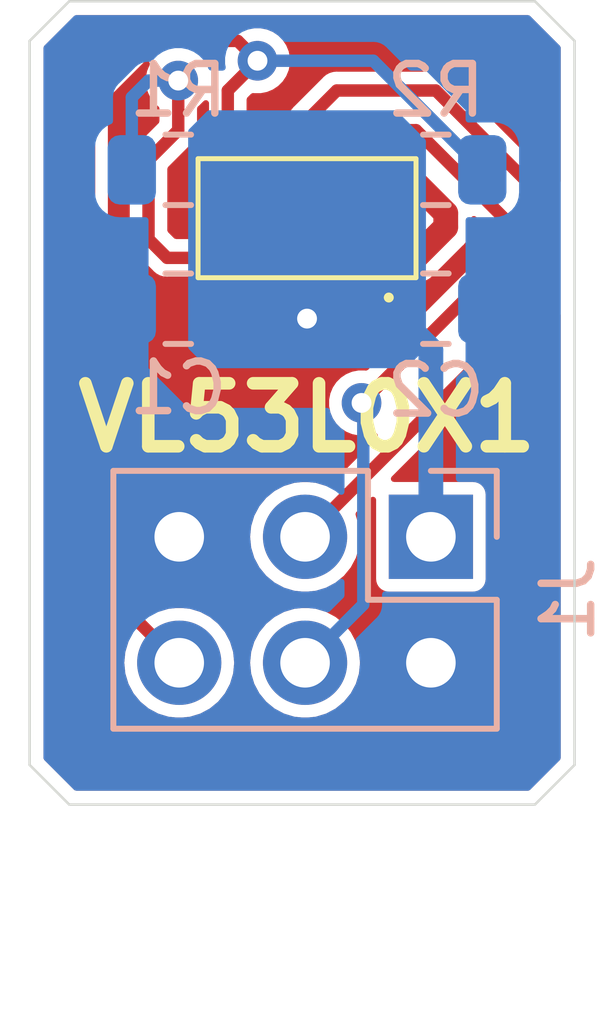
<source format=kicad_pcb>
(kicad_pcb (version 20171130) (host pcbnew "(5.1.2)-2")

  (general
    (thickness 1.6)
    (drawings 8)
    (tracks 56)
    (zones 0)
    (modules 6)
    (nets 8)
  )

  (page A4)
  (layers
    (0 F.Cu signal)
    (31 B.Cu signal)
    (32 B.Adhes user)
    (33 F.Adhes user)
    (34 B.Paste user)
    (35 F.Paste user)
    (36 B.SilkS user)
    (37 F.SilkS user)
    (38 B.Mask user)
    (39 F.Mask user)
    (40 Dwgs.User user)
    (41 Cmts.User user)
    (42 Eco1.User user)
    (43 Eco2.User user)
    (44 Edge.Cuts user)
    (45 Margin user)
    (46 B.CrtYd user)
    (47 F.CrtYd user)
    (48 B.Fab user)
    (49 F.Fab user)
  )

  (setup
    (last_trace_width 0.5)
    (user_trace_width 0.25)
    (user_trace_width 0.375)
    (user_trace_width 0.5)
    (user_trace_width 1)
    (trace_clearance 0.2)
    (zone_clearance 0.254)
    (zone_45_only no)
    (trace_min 0.2)
    (via_size 0.8)
    (via_drill 0.4)
    (via_min_size 0.4)
    (via_min_drill 0.3)
    (uvia_size 0.3)
    (uvia_drill 0.1)
    (uvias_allowed no)
    (uvia_min_size 0.2)
    (uvia_min_drill 0.1)
    (edge_width 0.05)
    (segment_width 0.2)
    (pcb_text_width 0.3)
    (pcb_text_size 1.5 1.5)
    (mod_edge_width 0.12)
    (mod_text_size 1 1)
    (mod_text_width 0.15)
    (pad_size 1.524 1.524)
    (pad_drill 0.762)
    (pad_to_mask_clearance 0.051)
    (solder_mask_min_width 0.25)
    (aux_axis_origin 0 0)
    (visible_elements 7FFFFFFF)
    (pcbplotparams
      (layerselection 0x010fc_ffffffff)
      (usegerberextensions false)
      (usegerberattributes false)
      (usegerberadvancedattributes false)
      (creategerberjobfile false)
      (excludeedgelayer true)
      (linewidth 0.100000)
      (plotframeref false)
      (viasonmask false)
      (mode 1)
      (useauxorigin false)
      (hpglpennumber 1)
      (hpglpenspeed 20)
      (hpglpendiameter 15.000000)
      (psnegative false)
      (psa4output false)
      (plotreference true)
      (plotvalue true)
      (plotinvisibletext false)
      (padsonsilk false)
      (subtractmaskfromsilk false)
      (outputformat 1)
      (mirror false)
      (drillshape 1)
      (scaleselection 1)
      (outputdirectory ""))
  )

  (net 0 "")
  (net 1 GND)
  (net 2 /INT)
  (net 3 /SCL)
  (net 4 /SDA)
  (net 5 /3V3)
  (net 6 "Net-(R1-Pad1)")
  (net 7 "Net-(VL53L0X1-Pad8)")

  (net_class Default "This is the default net class."
    (clearance 0.2)
    (trace_width 0.25)
    (via_dia 0.8)
    (via_drill 0.4)
    (uvia_dia 0.3)
    (uvia_drill 0.1)
    (add_net /3V3)
    (add_net /INT)
    (add_net /SCL)
    (add_net /SDA)
    (add_net GND)
    (add_net "Net-(R1-Pad1)")
    (add_net "Net-(VL53L0X1-Pad8)")
  )

  (module Connector_PinSocket_2.54mm:PinSocket_2x03_P2.54mm_Vertical (layer B.Cu) (tedit 5A19A425) (tstamp 5DE5453A)
    (at 136.5 121 90)
    (descr "Through hole straight socket strip, 2x03, 2.54mm pitch, double cols (from Kicad 4.0.7), script generated")
    (tags "Through hole socket strip THT 2x03 2.54mm double row")
    (path /5DD29773)
    (fp_text reference J1 (at -1.27 2.77 90) (layer B.SilkS)
      (effects (font (size 1 1) (thickness 0.15)) (justify mirror))
    )
    (fp_text value Conn_02x03_Odd_Even (at -1.27 -7.85 90) (layer B.Fab)
      (effects (font (size 1 1) (thickness 0.15)) (justify mirror))
    )
    (fp_text user %R (at -1.27 -2.54 180) (layer B.Fab)
      (effects (font (size 1 1) (thickness 0.15)) (justify mirror))
    )
    (fp_line (start -4.34 -6.85) (end -4.34 1.8) (layer B.CrtYd) (width 0.05))
    (fp_line (start 1.76 -6.85) (end -4.34 -6.85) (layer B.CrtYd) (width 0.05))
    (fp_line (start 1.76 1.8) (end 1.76 -6.85) (layer B.CrtYd) (width 0.05))
    (fp_line (start -4.34 1.8) (end 1.76 1.8) (layer B.CrtYd) (width 0.05))
    (fp_line (start 0 1.33) (end 1.33 1.33) (layer B.SilkS) (width 0.12))
    (fp_line (start 1.33 1.33) (end 1.33 0) (layer B.SilkS) (width 0.12))
    (fp_line (start -1.27 1.33) (end -1.27 -1.27) (layer B.SilkS) (width 0.12))
    (fp_line (start -1.27 -1.27) (end 1.33 -1.27) (layer B.SilkS) (width 0.12))
    (fp_line (start 1.33 -1.27) (end 1.33 -6.41) (layer B.SilkS) (width 0.12))
    (fp_line (start -3.87 -6.41) (end 1.33 -6.41) (layer B.SilkS) (width 0.12))
    (fp_line (start -3.87 1.33) (end -3.87 -6.41) (layer B.SilkS) (width 0.12))
    (fp_line (start -3.87 1.33) (end -1.27 1.33) (layer B.SilkS) (width 0.12))
    (fp_line (start -3.81 -6.35) (end -3.81 1.27) (layer B.Fab) (width 0.1))
    (fp_line (start 1.27 -6.35) (end -3.81 -6.35) (layer B.Fab) (width 0.1))
    (fp_line (start 1.27 0.27) (end 1.27 -6.35) (layer B.Fab) (width 0.1))
    (fp_line (start 0.27 1.27) (end 1.27 0.27) (layer B.Fab) (width 0.1))
    (fp_line (start -3.81 1.27) (end 0.27 1.27) (layer B.Fab) (width 0.1))
    (pad 6 thru_hole oval (at -2.54 -5.08 90) (size 1.7 1.7) (drill 1) (layers *.Cu *.Mask)
      (net 2 /INT))
    (pad 5 thru_hole oval (at 0 -5.08 90) (size 1.7 1.7) (drill 1) (layers *.Cu *.Mask)
      (net 1 GND))
    (pad 4 thru_hole oval (at -2.54 -2.54 90) (size 1.7 1.7) (drill 1) (layers *.Cu *.Mask)
      (net 3 /SCL))
    (pad 3 thru_hole oval (at 0 -2.54 90) (size 1.7 1.7) (drill 1) (layers *.Cu *.Mask)
      (net 4 /SDA))
    (pad 2 thru_hole oval (at -2.54 0 90) (size 1.7 1.7) (drill 1) (layers *.Cu *.Mask)
      (net 1 GND))
    (pad 1 thru_hole rect (at 0 0 90) (size 1.7 1.7) (drill 1) (layers *.Cu *.Mask)
      (net 5 /3V3))
    (model ${KISYS3DMOD}/Connector_PinSocket_2.54mm.3dshapes/PinSocket_2x03_P2.54mm_Vertical.wrl
      (at (xyz 0 0 0))
      (scale (xyz 1 1 1))
      (rotate (xyz 0 0 0))
    )
  )

  (module RS_Downloads:VL53L0X (layer F.Cu) (tedit 0) (tstamp 5DD0AAB3)
    (at 134 114.8)
    (descr VL53L0X)
    (tags "Integrated Circuit")
    (path /5DD074CF)
    (attr smd)
    (fp_text reference VL53L0X1 (at 0 3.8) (layer F.SilkS)
      (effects (font (size 1.27 1.27) (thickness 0.254)))
    )
    (fp_text value VL53L0X (at 0 0) (layer F.SilkS) hide
      (effects (font (size 1.27 1.27) (thickness 0.254)))
    )
    (fp_arc (start 1.65 1.375) (end 1.7 1.375) (angle 180) (layer F.SilkS) (width 0.1))
    (fp_arc (start 1.65 1.375) (end 1.6 1.375) (angle 180) (layer F.SilkS) (width 0.1))
    (fp_line (start 1.7 1.375) (end 1.7 1.375) (layer F.SilkS) (width 0.1))
    (fp_line (start 1.6 1.375) (end 1.6 1.375) (layer F.SilkS) (width 0.1))
    (fp_line (start -3.2 2.425) (end -3.2 -2.425) (layer F.CrtYd) (width 0.1))
    (fp_line (start 3.2 2.425) (end -3.2 2.425) (layer F.CrtYd) (width 0.1))
    (fp_line (start 3.2 -2.425) (end 3.2 2.425) (layer F.CrtYd) (width 0.1))
    (fp_line (start -3.2 -2.425) (end 3.2 -2.425) (layer F.CrtYd) (width 0.1))
    (fp_line (start -2.2 0.975) (end -2.2 -1.425) (layer F.SilkS) (width 0.1))
    (fp_line (start 2.2 0.975) (end -2.2 0.975) (layer F.SilkS) (width 0.1))
    (fp_line (start 2.2 -1.425) (end 2.2 0.975) (layer F.SilkS) (width 0.1))
    (fp_line (start -2.2 -1.425) (end 2.2 -1.425) (layer F.SilkS) (width 0.1))
    (fp_line (start -2.2 0.975) (end -2.2 -1.425) (layer F.Fab) (width 0.2))
    (fp_line (start 2.2 0.975) (end -2.2 0.975) (layer F.Fab) (width 0.2))
    (fp_line (start 2.2 -1.425) (end 2.2 0.975) (layer F.Fab) (width 0.2))
    (fp_line (start -2.2 -1.425) (end 2.2 -1.425) (layer F.Fab) (width 0.2))
    (fp_text user %R (at 0 0) (layer F.Fab)
      (effects (font (size 1.27 1.27) (thickness 0.254)))
    )
    (pad 12 smd rect (at 1.6 -0.225 90) (size 0.5 0.5) (layers F.Cu F.Paste F.Mask)
      (net 1 GND))
    (pad 11 smd rect (at 1.6 -1.025 90) (size 0.5 0.5) (layers F.Cu F.Paste F.Mask)
      (net 5 /3V3))
    (pad 10 smd rect (at 0.8 -1.025 90) (size 0.5 0.5) (layers F.Cu F.Paste F.Mask)
      (net 3 /SCL))
    (pad 9 smd rect (at 0 -1.025 90) (size 0.5 0.5) (layers F.Cu F.Paste F.Mask)
      (net 4 /SDA))
    (pad 8 smd rect (at -0.8 -1.025 90) (size 0.5 0.5) (layers F.Cu F.Paste F.Mask)
      (net 7 "Net-(VL53L0X1-Pad8)"))
    (pad 7 smd rect (at -1.6 -1.025 90) (size 0.5 0.5) (layers F.Cu F.Paste F.Mask)
      (net 2 /INT))
    (pad 6 smd rect (at -1.6 -0.225 90) (size 0.5 0.5) (layers F.Cu F.Paste F.Mask)
      (net 1 GND))
    (pad 5 smd rect (at -1.6 0.575 90) (size 0.5 0.5) (layers F.Cu F.Paste F.Mask)
      (net 6 "Net-(R1-Pad1)"))
    (pad 4 smd rect (at -0.8 0.575 90) (size 0.5 0.5) (layers F.Cu F.Paste F.Mask)
      (net 1 GND))
    (pad 3 smd rect (at 0 0.575 90) (size 0.5 0.5) (layers F.Cu F.Paste F.Mask)
      (net 1 GND))
    (pad 2 smd rect (at 0.8 0.575 90) (size 0.5 0.5) (layers F.Cu F.Paste F.Mask)
      (net 1 GND))
    (pad 1 smd rect (at 1.64 0.575 90) (size 0.5 0.58) (layers F.Cu F.Paste F.Mask)
      (net 5 /3V3))
    (model "C:\\Users\\Nickick\\Documents\\RS KiCad Libraries\\SamacSys_Parts.3dshapes\\VL53L0X.stp"
      (at (xyz 0 0 0))
      (scale (xyz 1 1 1))
      (rotate (xyz 0 0 0))
    )
  )

  (module Resistor_SMD:R_0805_2012Metric (layer B.Cu) (tedit 5B36C52B) (tstamp 5DD0AF52)
    (at 136.6 113.6)
    (descr "Resistor SMD 0805 (2012 Metric), square (rectangular) end terminal, IPC_7351 nominal, (Body size source: https://docs.google.com/spreadsheets/d/1BsfQQcO9C6DZCsRaXUlFlo91Tg2WpOkGARC1WS5S8t0/edit?usp=sharing), generated with kicad-footprint-generator")
    (tags resistor)
    (path /5DD0C8A8)
    (attr smd)
    (fp_text reference R2 (at 0 -1.6) (layer B.SilkS)
      (effects (font (size 1 1) (thickness 0.15)) (justify mirror))
    )
    (fp_text value 10k (at 0 -1.65) (layer B.Fab)
      (effects (font (size 1 1) (thickness 0.15)) (justify mirror))
    )
    (fp_text user %R (at 0 0) (layer B.Fab)
      (effects (font (size 0.5 0.5) (thickness 0.08)) (justify mirror))
    )
    (fp_line (start 1.68 -0.95) (end -1.68 -0.95) (layer B.CrtYd) (width 0.05))
    (fp_line (start 1.68 0.95) (end 1.68 -0.95) (layer B.CrtYd) (width 0.05))
    (fp_line (start -1.68 0.95) (end 1.68 0.95) (layer B.CrtYd) (width 0.05))
    (fp_line (start -1.68 -0.95) (end -1.68 0.95) (layer B.CrtYd) (width 0.05))
    (fp_line (start -0.258578 -0.71) (end 0.258578 -0.71) (layer B.SilkS) (width 0.12))
    (fp_line (start -0.258578 0.71) (end 0.258578 0.71) (layer B.SilkS) (width 0.12))
    (fp_line (start 1 -0.6) (end -1 -0.6) (layer B.Fab) (width 0.1))
    (fp_line (start 1 0.6) (end 1 -0.6) (layer B.Fab) (width 0.1))
    (fp_line (start -1 0.6) (end 1 0.6) (layer B.Fab) (width 0.1))
    (fp_line (start -1 -0.6) (end -1 0.6) (layer B.Fab) (width 0.1))
    (pad 2 smd roundrect (at 0.9375 0) (size 0.975 1.4) (layers B.Cu B.Paste B.Mask) (roundrect_rratio 0.25)
      (net 2 /INT))
    (pad 1 smd roundrect (at -0.9375 0) (size 0.975 1.4) (layers B.Cu B.Paste B.Mask) (roundrect_rratio 0.25)
      (net 5 /3V3))
    (model ${KISYS3DMOD}/Resistor_SMD.3dshapes/R_0805_2012Metric.wrl
      (at (xyz 0 0 0))
      (scale (xyz 1 1 1))
      (rotate (xyz 0 0 0))
    )
  )

  (module Resistor_SMD:R_0805_2012Metric (layer B.Cu) (tedit 5B36C52B) (tstamp 5DD0AA81)
    (at 131.4 113.6)
    (descr "Resistor SMD 0805 (2012 Metric), square (rectangular) end terminal, IPC_7351 nominal, (Body size source: https://docs.google.com/spreadsheets/d/1BsfQQcO9C6DZCsRaXUlFlo91Tg2WpOkGARC1WS5S8t0/edit?usp=sharing), generated with kicad-footprint-generator")
    (tags resistor)
    (path /5DD0BB9D)
    (attr smd)
    (fp_text reference R1 (at 0 -1.6) (layer B.SilkS)
      (effects (font (size 1 1) (thickness 0.15)) (justify mirror))
    )
    (fp_text value 10k (at 0 -1.65) (layer B.Fab)
      (effects (font (size 1 1) (thickness 0.15)) (justify mirror))
    )
    (fp_text user %R (at 0 0) (layer B.Fab)
      (effects (font (size 0.5 0.5) (thickness 0.08)) (justify mirror))
    )
    (fp_line (start 1.68 -0.95) (end -1.68 -0.95) (layer B.CrtYd) (width 0.05))
    (fp_line (start 1.68 0.95) (end 1.68 -0.95) (layer B.CrtYd) (width 0.05))
    (fp_line (start -1.68 0.95) (end 1.68 0.95) (layer B.CrtYd) (width 0.05))
    (fp_line (start -1.68 -0.95) (end -1.68 0.95) (layer B.CrtYd) (width 0.05))
    (fp_line (start -0.258578 -0.71) (end 0.258578 -0.71) (layer B.SilkS) (width 0.12))
    (fp_line (start -0.258578 0.71) (end 0.258578 0.71) (layer B.SilkS) (width 0.12))
    (fp_line (start 1 -0.6) (end -1 -0.6) (layer B.Fab) (width 0.1))
    (fp_line (start 1 0.6) (end 1 -0.6) (layer B.Fab) (width 0.1))
    (fp_line (start -1 0.6) (end 1 0.6) (layer B.Fab) (width 0.1))
    (fp_line (start -1 -0.6) (end -1 0.6) (layer B.Fab) (width 0.1))
    (pad 2 smd roundrect (at 0.9375 0) (size 0.975 1.4) (layers B.Cu B.Paste B.Mask) (roundrect_rratio 0.25)
      (net 5 /3V3))
    (pad 1 smd roundrect (at -0.9375 0) (size 0.975 1.4) (layers B.Cu B.Paste B.Mask) (roundrect_rratio 0.25)
      (net 6 "Net-(R1-Pad1)"))
    (model ${KISYS3DMOD}/Resistor_SMD.3dshapes/R_0805_2012Metric.wrl
      (at (xyz 0 0 0))
      (scale (xyz 1 1 1))
      (rotate (xyz 0 0 0))
    )
  )

  (module Capacitor_SMD:C_0805_2012Metric (layer B.Cu) (tedit 5B36C52B) (tstamp 5DD0AA54)
    (at 136.6 116.4)
    (descr "Capacitor SMD 0805 (2012 Metric), square (rectangular) end terminal, IPC_7351 nominal, (Body size source: https://docs.google.com/spreadsheets/d/1BsfQQcO9C6DZCsRaXUlFlo91Tg2WpOkGARC1WS5S8t0/edit?usp=sharing), generated with kicad-footprint-generator")
    (tags capacitor)
    (path /5DD0D455)
    (attr smd)
    (fp_text reference C2 (at 0 1.65) (layer B.SilkS)
      (effects (font (size 1 1) (thickness 0.15)) (justify mirror))
    )
    (fp_text value 4u7 (at 0 -1.65) (layer B.Fab)
      (effects (font (size 1 1) (thickness 0.15)) (justify mirror))
    )
    (fp_text user %R (at 0 0) (layer B.Fab)
      (effects (font (size 0.5 0.5) (thickness 0.08)) (justify mirror))
    )
    (fp_line (start 1.68 -0.95) (end -1.68 -0.95) (layer B.CrtYd) (width 0.05))
    (fp_line (start 1.68 0.95) (end 1.68 -0.95) (layer B.CrtYd) (width 0.05))
    (fp_line (start -1.68 0.95) (end 1.68 0.95) (layer B.CrtYd) (width 0.05))
    (fp_line (start -1.68 -0.95) (end -1.68 0.95) (layer B.CrtYd) (width 0.05))
    (fp_line (start -0.258578 -0.71) (end 0.258578 -0.71) (layer B.SilkS) (width 0.12))
    (fp_line (start -0.258578 0.71) (end 0.258578 0.71) (layer B.SilkS) (width 0.12))
    (fp_line (start 1 -0.6) (end -1 -0.6) (layer B.Fab) (width 0.1))
    (fp_line (start 1 0.6) (end 1 -0.6) (layer B.Fab) (width 0.1))
    (fp_line (start -1 0.6) (end 1 0.6) (layer B.Fab) (width 0.1))
    (fp_line (start -1 -0.6) (end -1 0.6) (layer B.Fab) (width 0.1))
    (pad 2 smd roundrect (at 0.9375 0) (size 0.975 1.4) (layers B.Cu B.Paste B.Mask) (roundrect_rratio 0.25)
      (net 1 GND))
    (pad 1 smd roundrect (at -0.9375 0) (size 0.975 1.4) (layers B.Cu B.Paste B.Mask) (roundrect_rratio 0.25)
      (net 5 /3V3))
    (model ${KISYS3DMOD}/Capacitor_SMD.3dshapes/C_0805_2012Metric.wrl
      (at (xyz 0 0 0))
      (scale (xyz 1 1 1))
      (rotate (xyz 0 0 0))
    )
  )

  (module Capacitor_SMD:C_0805_2012Metric (layer B.Cu) (tedit 5B36C52B) (tstamp 5DD0ADCB)
    (at 131.4 116.4 180)
    (descr "Capacitor SMD 0805 (2012 Metric), square (rectangular) end terminal, IPC_7351 nominal, (Body size source: https://docs.google.com/spreadsheets/d/1BsfQQcO9C6DZCsRaXUlFlo91Tg2WpOkGARC1WS5S8t0/edit?usp=sharing), generated with kicad-footprint-generator")
    (tags capacitor)
    (path /5DD0CB6A)
    (attr smd)
    (fp_text reference C1 (at 0 -1.6) (layer B.SilkS)
      (effects (font (size 1 1) (thickness 0.15)) (justify mirror))
    )
    (fp_text value 100n (at 0 -1.65) (layer B.Fab)
      (effects (font (size 1 1) (thickness 0.15)) (justify mirror))
    )
    (fp_text user %R (at 0 0) (layer B.Fab)
      (effects (font (size 0.5 0.5) (thickness 0.08)) (justify mirror))
    )
    (fp_line (start 1.68 -0.95) (end -1.68 -0.95) (layer B.CrtYd) (width 0.05))
    (fp_line (start 1.68 0.95) (end 1.68 -0.95) (layer B.CrtYd) (width 0.05))
    (fp_line (start -1.68 0.95) (end 1.68 0.95) (layer B.CrtYd) (width 0.05))
    (fp_line (start -1.68 -0.95) (end -1.68 0.95) (layer B.CrtYd) (width 0.05))
    (fp_line (start -0.258578 -0.71) (end 0.258578 -0.71) (layer B.SilkS) (width 0.12))
    (fp_line (start -0.258578 0.71) (end 0.258578 0.71) (layer B.SilkS) (width 0.12))
    (fp_line (start 1 -0.6) (end -1 -0.6) (layer B.Fab) (width 0.1))
    (fp_line (start 1 0.6) (end 1 -0.6) (layer B.Fab) (width 0.1))
    (fp_line (start -1 0.6) (end 1 0.6) (layer B.Fab) (width 0.1))
    (fp_line (start -1 -0.6) (end -1 0.6) (layer B.Fab) (width 0.1))
    (pad 2 smd roundrect (at 0.9375 0 180) (size 0.975 1.4) (layers B.Cu B.Paste B.Mask) (roundrect_rratio 0.25)
      (net 1 GND))
    (pad 1 smd roundrect (at -0.9375 0 180) (size 0.975 1.4) (layers B.Cu B.Paste B.Mask) (roundrect_rratio 0.25)
      (net 5 /3V3))
    (model ${KISYS3DMOD}/Capacitor_SMD.3dshapes/C_0805_2012Metric.wrl
      (at (xyz 0 0 0))
      (scale (xyz 1 1 1))
      (rotate (xyz 0 0 0))
    )
  )

  (gr_line (start 129.2 110.2) (end 128.4 111) (layer Edge.Cuts) (width 0.05) (tstamp 5DD0B611))
  (gr_line (start 139.4 111) (end 138.6 110.2) (layer Edge.Cuts) (width 0.05) (tstamp 5DD0B610))
  (gr_line (start 128.4 125.6) (end 129.2 126.4) (layer Edge.Cuts) (width 0.05) (tstamp 5DD0B60F))
  (gr_line (start 139.4 125.6) (end 138.6 126.4) (layer Edge.Cuts) (width 0.05) (tstamp 5DD0B60E))
  (gr_line (start 128.4 125.6) (end 128.4 111) (layer Edge.Cuts) (width 0.05) (tstamp 5DD0B52D))
  (gr_line (start 138.6 126.4) (end 129.2 126.4) (layer Edge.Cuts) (width 0.05))
  (gr_line (start 139.4 111) (end 139.4 125.6) (layer Edge.Cuts) (width 0.05))
  (gr_line (start 129.2 110.2) (end 138.6 110.2) (layer Edge.Cuts) (width 0.05))

  (segment (start 132.4 113.775) (end 132.4 113.56359) (width 0.25) (layer F.Cu) (net 2))
  (segment (start 132.4 113.56359) (end 132.4 112) (width 0.25) (layer F.Cu) (net 2))
  (segment (start 132.4 112) (end 133 111.4) (width 0.25) (layer F.Cu) (net 2))
  (segment (start 133 111.4) (end 133 111.4) (width 0.25) (layer F.Cu) (net 2) (tstamp 5DD0B51C))
  (via (at 133 111.4) (size 0.8) (drill 0.4) (layers F.Cu B.Cu) (net 2))
  (segment (start 135.3375 111.4) (end 137.5375 113.6) (width 0.25) (layer B.Cu) (net 2))
  (segment (start 133 111.4) (end 135.3375 111.4) (width 0.25) (layer B.Cu) (net 2))
  (segment (start 134.8 113.775) (end 134.8 113.2) (width 0.25) (layer F.Cu) (net 3))
  (segment (start 134.8 113.2) (end 135.2 112.8) (width 0.25) (layer F.Cu) (net 3))
  (segment (start 135.2 112.8) (end 136.2 112.8) (width 0.25) (layer F.Cu) (net 3))
  (segment (start 136.2 112.8) (end 138 114.6) (width 0.25) (layer F.Cu) (net 3))
  (segment (start 134 112.6) (end 134 113.775) (width 0.25) (layer F.Cu) (net 4))
  (segment (start 134.6 112) (end 134 112.6) (width 0.25) (layer F.Cu) (net 4))
  (segment (start 136.6 112) (end 134.6 112) (width 0.25) (layer F.Cu) (net 4))
  (segment (start 138.8 114.2) (end 136.6 112) (width 0.25) (layer F.Cu) (net 4))
  (segment (start 134 116.6) (end 134 116.6) (width 0.25) (layer F.Cu) (net 5) (tstamp 5DD0B1E0))
  (via (at 134 116.6) (size 0.8) (drill 0.4) (layers F.Cu B.Cu) (net 5))
  (segment (start 135.64 116.125) (end 135.64 115.375) (width 0.5) (layer F.Cu) (net 5))
  (segment (start 135.165 116.6) (end 135.64 116.125) (width 0.5) (layer F.Cu) (net 5))
  (segment (start 134 116.6) (end 135.165 116.6) (width 0.5) (layer F.Cu) (net 5))
  (segment (start 135.6 113.775) (end 136.1 113.775) (width 0.5) (layer F.Cu) (net 5))
  (segment (start 136.1 113.775) (end 136.8 114.475) (width 0.5) (layer F.Cu) (net 5))
  (segment (start 136.8 114.475) (end 136.8 114.755) (width 0.5) (layer F.Cu) (net 5))
  (segment (start 136.8 114.755) (end 136.18 115.375) (width 0.5) (layer F.Cu) (net 5))
  (segment (start 136.18 115.375) (end 135.64 115.375) (width 0.5) (layer F.Cu) (net 5))
  (segment (start 133.8 116.4) (end 134 116.6) (width 0.5) (layer B.Cu) (net 5))
  (segment (start 132.3375 116.4) (end 133.8 116.4) (width 0.5) (layer B.Cu) (net 5))
  (segment (start 134.2 116.4) (end 134 116.6) (width 0.5) (layer B.Cu) (net 5))
  (segment (start 135.6625 116.4) (end 134.2 116.4) (width 0.5) (layer B.Cu) (net 5))
  (segment (start 131.46 123.6) (end 131.46 122.984002) (width 0.5) (layer F.Cu) (net 2))
  (segment (start 129.6 121.72) (end 131.42 123.54) (width 0.25) (layer F.Cu) (net 2))
  (segment (start 129.6 112) (end 129.6 121.72) (width 0.25) (layer F.Cu) (net 2))
  (segment (start 130.6 111) (end 129.6 112) (width 0.25) (layer F.Cu) (net 2))
  (segment (start 133 111.4) (end 132.600001 111.000001) (width 0.25) (layer F.Cu) (net 2))
  (segment (start 132.600001 111.000001) (end 130.6 111) (width 0.25) (layer F.Cu) (net 2))
  (via (at 135.1 118.3) (size 0.8) (drill 0.4) (layers F.Cu B.Cu) (net 3))
  (segment (start 135.135001 118.335001) (end 135.1 118.3) (width 0.25) (layer B.Cu) (net 3))
  (segment (start 133.96 123.54) (end 135.135001 122.364999) (width 0.25) (layer B.Cu) (net 3))
  (segment (start 135.135001 122.364999) (end 135.135001 118.335001) (width 0.25) (layer B.Cu) (net 3))
  (segment (start 138 115.4) (end 138 114.6) (width 0.25) (layer F.Cu) (net 3))
  (segment (start 135.1 118.3) (end 138 115.4) (width 0.25) (layer F.Cu) (net 3))
  (segment (start 138.8 116.16) (end 138.8 114.2) (width 0.25) (layer F.Cu) (net 4))
  (segment (start 133.96 121) (end 138.8 116.16) (width 0.25) (layer F.Cu) (net 4))
  (segment (start 136.5 117.2375) (end 135.6625 116.4) (width 0.5) (layer B.Cu) (net 5))
  (segment (start 136.5 121) (end 136.5 117.2375) (width 0.5) (layer B.Cu) (net 5))
  (segment (start 132.3375 113.6) (end 132.3375 116.4) (width 0.5) (layer B.Cu) (net 5))
  (segment (start 135.6625 113.6) (end 135.6625 116.4) (width 0.5) (layer B.Cu) (net 5))
  (via (at 131.4 111.8) (size 0.8) (drill 0.4) (layers F.Cu B.Cu) (net 6))
  (segment (start 131.4 112.8) (end 130.8 113.4) (width 0.25) (layer F.Cu) (net 6))
  (segment (start 130.8 113.4) (end 130.8 115) (width 0.25) (layer F.Cu) (net 6))
  (segment (start 131.175 115.375) (end 132.4 115.375) (width 0.25) (layer F.Cu) (net 6))
  (segment (start 130.8 115) (end 131.175 115.375) (width 0.25) (layer F.Cu) (net 6))
  (segment (start 131.4 112.8) (end 131.4 111.8) (width 0.25) (layer F.Cu) (net 6))
  (segment (start 130.8 111.8) (end 131.4 111.8) (width 0.25) (layer B.Cu) (net 6))
  (segment (start 130.4625 113.6) (end 130.4625 112.1375) (width 0.25) (layer B.Cu) (net 6))
  (segment (start 130.4625 112.1375) (end 130.8 111.8) (width 0.25) (layer B.Cu) (net 6))

  (zone (net 5) (net_name /3V3) (layer B.Cu) (tstamp 5DD0B5A3) (hatch edge 0.508)
    (connect_pads yes (clearance 0.254))
    (min_thickness 0.127)
    (fill yes (arc_segments 32) (thermal_gap 0.508) (thermal_bridge_width 0.508))
    (polygon
      (pts
        (xy 132 112.4) (xy 131.6 112.8) (xy 131.6 117.2) (xy 132 117.6) (xy 136 117.6)
        (xy 136.4 117.2) (xy 136.4 112.8) (xy 136 112.4)
      )
    )
    (filled_polygon
      (pts
        (xy 136.3365 113.02479) (xy 136.3365 117.173698) (xy 135.973698 117.5365) (xy 132.026302 117.5365) (xy 131.6635 117.173698)
        (xy 131.6635 112.826302) (xy 132.026302 112.4635) (xy 135.775211 112.4635)
      )
    )
  )
  (zone (net 1) (net_name GND) (layer F.Cu) (tstamp 5DD0B5A0) (hatch edge 0.508)
    (connect_pads yes (clearance 0.254))
    (min_thickness 0.127)
    (fill yes (arc_segments 32) (thermal_gap 0.508) (thermal_bridge_width 0.508))
    (polygon
      (pts
        (xy 128.4 110.2) (xy 139.4 110.2) (xy 139.4 126.4) (xy 128.4 126.4)
      )
    )
    (filled_polygon
      (pts
        (xy 139.0575 111.141868) (xy 139.0575 113.83171) (xy 136.92827 111.702481) (xy 136.914409 111.685591) (xy 136.847029 111.630295)
        (xy 136.770157 111.589205) (xy 136.686745 111.563903) (xy 136.621737 111.5575) (xy 136.621734 111.5575) (xy 136.6 111.555359)
        (xy 136.578266 111.5575) (xy 134.621733 111.5575) (xy 134.599999 111.555359) (xy 134.578265 111.5575) (xy 134.578263 111.5575)
        (xy 134.513255 111.563903) (xy 134.429843 111.589205) (xy 134.35297 111.630295) (xy 134.302823 111.671449) (xy 134.285591 111.685591)
        (xy 134.271735 111.702475) (xy 133.70248 112.271731) (xy 133.685591 112.285591) (xy 133.661942 112.314409) (xy 133.630295 112.352971)
        (xy 133.610927 112.389206) (xy 133.589205 112.429844) (xy 133.563903 112.513256) (xy 133.5575 112.578263) (xy 133.555359 112.6)
        (xy 133.5575 112.621735) (xy 133.557501 113.225823) (xy 133.512241 113.212094) (xy 133.45 113.205964) (xy 132.95 113.205964)
        (xy 132.887759 113.212094) (xy 132.8425 113.225823) (xy 132.8425 112.183289) (xy 132.911781 112.114009) (xy 132.929332 112.1175)
        (xy 133.070668 112.1175) (xy 133.209287 112.089927) (xy 133.339864 112.035841) (xy 133.45738 111.957319) (xy 133.557319 111.85738)
        (xy 133.635841 111.739864) (xy 133.689927 111.609287) (xy 133.7175 111.470668) (xy 133.7175 111.329332) (xy 133.689927 111.190713)
        (xy 133.635841 111.060136) (xy 133.557319 110.94262) (xy 133.45738 110.842681) (xy 133.339864 110.764159) (xy 133.209287 110.710073)
        (xy 133.070668 110.6825) (xy 132.929332 110.6825) (xy 132.914288 110.685493) (xy 132.878159 110.655843) (xy 132.84703 110.630296)
        (xy 132.770157 110.589206) (xy 132.686746 110.563905) (xy 132.600001 110.55536) (xy 132.578257 110.557502) (xy 130.621737 110.5575)
        (xy 130.6 110.555359) (xy 130.513255 110.563903) (xy 130.429843 110.589205) (xy 130.352971 110.630295) (xy 130.302475 110.671735)
        (xy 130.30247 110.67174) (xy 130.285592 110.685591) (xy 130.27174 110.70247) (xy 129.30248 111.671731) (xy 129.285591 111.685591)
        (xy 129.261942 111.714409) (xy 129.230295 111.752971) (xy 129.216776 111.778263) (xy 129.189205 111.829844) (xy 129.163903 111.913256)
        (xy 129.159563 111.957319) (xy 129.155359 112) (xy 129.1575 112.021735) (xy 129.157501 121.698255) (xy 129.155359 121.72)
        (xy 129.163904 121.806745) (xy 129.189205 121.890156) (xy 129.230295 121.967029) (xy 129.271735 122.017524) (xy 129.285592 122.034409)
        (xy 129.302476 122.048265) (xy 130.339326 123.085116) (xy 130.336152 123.091055) (xy 130.269393 123.31113) (xy 130.246851 123.54)
        (xy 130.269393 123.76887) (xy 130.336152 123.988945) (xy 130.444562 124.191767) (xy 130.590458 124.369542) (xy 130.768233 124.515438)
        (xy 130.971055 124.623848) (xy 131.19113 124.690607) (xy 131.362645 124.7075) (xy 131.477355 124.7075) (xy 131.64887 124.690607)
        (xy 131.868945 124.623848) (xy 132.071767 124.515438) (xy 132.249542 124.369542) (xy 132.395438 124.191767) (xy 132.503848 123.988945)
        (xy 132.570607 123.76887) (xy 132.593149 123.54) (xy 132.786851 123.54) (xy 132.809393 123.76887) (xy 132.876152 123.988945)
        (xy 132.984562 124.191767) (xy 133.130458 124.369542) (xy 133.308233 124.515438) (xy 133.511055 124.623848) (xy 133.73113 124.690607)
        (xy 133.902645 124.7075) (xy 134.017355 124.7075) (xy 134.18887 124.690607) (xy 134.408945 124.623848) (xy 134.611767 124.515438)
        (xy 134.789542 124.369542) (xy 134.935438 124.191767) (xy 135.043848 123.988945) (xy 135.110607 123.76887) (xy 135.133149 123.54)
        (xy 135.110607 123.31113) (xy 135.043848 123.091055) (xy 134.935438 122.888233) (xy 134.789542 122.710458) (xy 134.611767 122.564562)
        (xy 134.408945 122.456152) (xy 134.18887 122.389393) (xy 134.017355 122.3725) (xy 133.902645 122.3725) (xy 133.73113 122.389393)
        (xy 133.511055 122.456152) (xy 133.308233 122.564562) (xy 133.130458 122.710458) (xy 132.984562 122.888233) (xy 132.876152 123.091055)
        (xy 132.809393 123.31113) (xy 132.786851 123.54) (xy 132.593149 123.54) (xy 132.570607 123.31113) (xy 132.503848 123.091055)
        (xy 132.395438 122.888233) (xy 132.249542 122.710458) (xy 132.071767 122.564562) (xy 131.868945 122.456152) (xy 131.64887 122.389393)
        (xy 131.477355 122.3725) (xy 131.362645 122.3725) (xy 131.19113 122.389393) (xy 130.971055 122.456152) (xy 130.965116 122.459326)
        (xy 130.0425 121.536711) (xy 130.0425 112.183289) (xy 130.763102 111.462688) (xy 130.710073 111.590713) (xy 130.6825 111.729332)
        (xy 130.6825 111.870668) (xy 130.710073 112.009287) (xy 130.764159 112.139864) (xy 130.842681 112.25738) (xy 130.94262 112.357319)
        (xy 130.9575 112.367262) (xy 130.9575 112.61671) (xy 130.50248 113.071731) (xy 130.485591 113.085591) (xy 130.462889 113.113255)
        (xy 130.430295 113.152971) (xy 130.416776 113.178263) (xy 130.389205 113.229844) (xy 130.363903 113.313256) (xy 130.359889 113.35401)
        (xy 130.355359 113.4) (xy 130.3575 113.421735) (xy 130.357501 114.978256) (xy 130.355359 115) (xy 130.363904 115.086745)
        (xy 130.389205 115.170156) (xy 130.430295 115.247029) (xy 130.464128 115.288255) (xy 130.485592 115.314409) (xy 130.502476 115.328265)
        (xy 130.846735 115.672525) (xy 130.860591 115.689409) (xy 130.877475 115.703265) (xy 130.92797 115.744705) (xy 130.990679 115.778224)
        (xy 131.004843 115.785795) (xy 131.088255 115.811097) (xy 131.153263 115.8175) (xy 131.153265 115.8175) (xy 131.174999 115.819641)
        (xy 131.196733 115.8175) (xy 131.897249 115.8175) (xy 131.924407 115.850593) (xy 131.972753 115.890269) (xy 132.02791 115.919751)
        (xy 132.087759 115.937906) (xy 132.15 115.944036) (xy 132.65 115.944036) (xy 132.712241 115.937906) (xy 132.77209 115.919751)
        (xy 132.827247 115.890269) (xy 132.875593 115.850593) (xy 132.915269 115.802247) (xy 132.944751 115.74709) (xy 132.962906 115.687241)
        (xy 132.969036 115.625) (xy 132.969036 115.125) (xy 132.962906 115.062759) (xy 132.944751 115.00291) (xy 132.915269 114.947753)
        (xy 132.875593 114.899407) (xy 132.827247 114.859731) (xy 132.77209 114.830249) (xy 132.712241 114.812094) (xy 132.65 114.805964)
        (xy 132.15 114.805964) (xy 132.087759 114.812094) (xy 132.02791 114.830249) (xy 131.972753 114.859731) (xy 131.924407 114.899407)
        (xy 131.897249 114.9325) (xy 131.35829 114.9325) (xy 131.2425 114.816711) (xy 131.2425 113.583289) (xy 131.697526 113.128264)
        (xy 131.714409 113.114409) (xy 131.738059 113.085591) (xy 131.769705 113.04703) (xy 131.810795 112.970157) (xy 131.823502 112.928265)
        (xy 131.836097 112.886745) (xy 131.8425 112.821737) (xy 131.8425 112.821735) (xy 131.844641 112.800001) (xy 131.8425 112.778267)
        (xy 131.8425 112.367262) (xy 131.85738 112.357319) (xy 131.957319 112.25738) (xy 131.957501 112.257108) (xy 131.9575 113.272248)
        (xy 131.924407 113.299407) (xy 131.884731 113.347753) (xy 131.855249 113.40291) (xy 131.837094 113.462759) (xy 131.830964 113.525)
        (xy 131.830964 114.025) (xy 131.837094 114.087241) (xy 131.855249 114.14709) (xy 131.884731 114.202247) (xy 131.924407 114.250593)
        (xy 131.972753 114.290269) (xy 132.02791 114.319751) (xy 132.087759 114.337906) (xy 132.15 114.344036) (xy 132.65 114.344036)
        (xy 132.712241 114.337906) (xy 132.77209 114.319751) (xy 132.8 114.304833) (xy 132.82791 114.319751) (xy 132.887759 114.337906)
        (xy 132.95 114.344036) (xy 133.45 114.344036) (xy 133.512241 114.337906) (xy 133.57209 114.319751) (xy 133.6 114.304833)
        (xy 133.62791 114.319751) (xy 133.687759 114.337906) (xy 133.75 114.344036) (xy 134.25 114.344036) (xy 134.312241 114.337906)
        (xy 134.37209 114.319751) (xy 134.4 114.304833) (xy 134.42791 114.319751) (xy 134.487759 114.337906) (xy 134.55 114.344036)
        (xy 135.05 114.344036) (xy 135.112241 114.337906) (xy 135.17209 114.319751) (xy 135.2 114.304833) (xy 135.22791 114.319751)
        (xy 135.287759 114.337906) (xy 135.35 114.344036) (xy 135.85 114.344036) (xy 135.864994 114.342559) (xy 136.137434 114.615)
        (xy 135.944994 114.807441) (xy 135.93 114.805964) (xy 135.652275 114.805964) (xy 135.64 114.804755) (xy 135.627725 114.805964)
        (xy 135.35 114.805964) (xy 135.287759 114.812094) (xy 135.22791 114.830249) (xy 135.172753 114.859731) (xy 135.124407 114.899407)
        (xy 135.084731 114.947753) (xy 135.055249 115.00291) (xy 135.037094 115.062759) (xy 135.030964 115.125) (xy 135.030964 115.625)
        (xy 135.037094 115.687241) (xy 135.055249 115.74709) (xy 135.0725 115.779364) (xy 135.0725 115.889934) (xy 134.929935 116.0325)
        (xy 134.442143 116.0325) (xy 134.339864 115.964159) (xy 134.209287 115.910073) (xy 134.070668 115.8825) (xy 133.929332 115.8825)
        (xy 133.790713 115.910073) (xy 133.660136 115.964159) (xy 133.54262 116.042681) (xy 133.442681 116.14262) (xy 133.364159 116.260136)
        (xy 133.310073 116.390713) (xy 133.2825 116.529332) (xy 133.2825 116.670668) (xy 133.310073 116.809287) (xy 133.364159 116.939864)
        (xy 133.442681 117.05738) (xy 133.54262 117.157319) (xy 133.660136 117.235841) (xy 133.790713 117.289927) (xy 133.929332 117.3175)
        (xy 134.070668 117.3175) (xy 134.209287 117.289927) (xy 134.339864 117.235841) (xy 134.442143 117.1675) (xy 135.13714 117.1675)
        (xy 135.165 117.170244) (xy 135.19286 117.1675) (xy 135.192871 117.1675) (xy 135.276249 117.159288) (xy 135.383223 117.126838)
        (xy 135.481811 117.074141) (xy 135.568224 117.003224) (xy 135.585994 116.981571) (xy 136.021576 116.54599) (xy 136.043224 116.528224)
        (xy 136.114141 116.441811) (xy 136.166838 116.343223) (xy 136.199288 116.236249) (xy 136.2075 116.152871) (xy 136.2075 116.152861)
        (xy 136.210244 116.125001) (xy 136.2075 116.097141) (xy 136.2075 115.942536) (xy 136.20786 115.9425) (xy 136.207871 115.9425)
        (xy 136.291249 115.934288) (xy 136.398223 115.901838) (xy 136.496811 115.849141) (xy 136.583224 115.778224) (xy 136.600994 115.756571)
        (xy 137.181576 115.17599) (xy 137.203224 115.158224) (xy 137.274141 115.071811) (xy 137.300906 115.021737) (xy 137.326837 114.973225)
        (xy 137.329573 114.964205) (xy 137.359288 114.866248) (xy 137.3675 114.78287) (xy 137.3675 114.782861) (xy 137.370244 114.755001)
        (xy 137.3675 114.727141) (xy 137.3675 114.593289) (xy 137.557501 114.78329) (xy 137.5575 115.216711) (xy 135.18822 117.585991)
        (xy 135.170668 117.5825) (xy 135.029332 117.5825) (xy 134.890713 117.610073) (xy 134.760136 117.664159) (xy 134.64262 117.742681)
        (xy 134.542681 117.84262) (xy 134.464159 117.960136) (xy 134.410073 118.090713) (xy 134.3825 118.229332) (xy 134.3825 118.370668)
        (xy 134.410073 118.509287) (xy 134.464159 118.639864) (xy 134.542681 118.75738) (xy 134.64262 118.857319) (xy 134.760136 118.935841)
        (xy 134.890713 118.989927) (xy 135.029332 119.0175) (xy 135.170668 119.0175) (xy 135.309287 118.989927) (xy 135.369029 118.965181)
        (xy 134.414884 119.919327) (xy 134.408945 119.916152) (xy 134.18887 119.849393) (xy 134.017355 119.8325) (xy 133.902645 119.8325)
        (xy 133.73113 119.849393) (xy 133.511055 119.916152) (xy 133.308233 120.024562) (xy 133.130458 120.170458) (xy 132.984562 120.348233)
        (xy 132.876152 120.551055) (xy 132.809393 120.77113) (xy 132.786851 121) (xy 132.809393 121.22887) (xy 132.876152 121.448945)
        (xy 132.984562 121.651767) (xy 133.130458 121.829542) (xy 133.308233 121.975438) (xy 133.511055 122.083848) (xy 133.73113 122.150607)
        (xy 133.902645 122.1675) (xy 134.017355 122.1675) (xy 134.18887 122.150607) (xy 134.408945 122.083848) (xy 134.611767 121.975438)
        (xy 134.789542 121.829542) (xy 134.935438 121.651767) (xy 135.043848 121.448945) (xy 135.110607 121.22887) (xy 135.133149 121)
        (xy 135.110607 120.77113) (xy 135.043848 120.551055) (xy 135.040673 120.545116) (xy 135.330964 120.254825) (xy 135.330964 121.85)
        (xy 135.337094 121.912241) (xy 135.355249 121.97209) (xy 135.384731 122.027247) (xy 135.424407 122.075593) (xy 135.472753 122.115269)
        (xy 135.52791 122.144751) (xy 135.587759 122.162906) (xy 135.65 122.169036) (xy 137.35 122.169036) (xy 137.412241 122.162906)
        (xy 137.47209 122.144751) (xy 137.527247 122.115269) (xy 137.575593 122.075593) (xy 137.615269 122.027247) (xy 137.644751 121.97209)
        (xy 137.662906 121.912241) (xy 137.669036 121.85) (xy 137.669036 120.15) (xy 137.662906 120.087759) (xy 137.644751 120.02791)
        (xy 137.615269 119.972753) (xy 137.575593 119.924407) (xy 137.527247 119.884731) (xy 137.47209 119.855249) (xy 137.412241 119.837094)
        (xy 137.35 119.830964) (xy 135.754825 119.830964) (xy 139.0575 116.52829) (xy 139.057501 125.458131) (xy 138.458133 126.0575)
        (xy 129.341868 126.0575) (xy 128.7425 125.458133) (xy 128.7425 111.141867) (xy 129.341868 110.5425) (xy 138.458133 110.5425)
      )
    )
  )
  (zone (net 1) (net_name GND) (layer B.Cu) (tstamp 5DD0B5CF) (hatch edge 0.508)
    (connect_pads yes (clearance 0.254))
    (min_thickness 0.127)
    (fill yes (arc_segments 32) (thermal_gap 0.508) (thermal_bridge_width 0.508))
    (polygon
      (pts
        (xy 139.4 126.4) (xy 128.4 126.4) (xy 128.4 110.2) (xy 139.4 110.2)
      )
    )
    (polygon
      (pts
        (xy 131.6 111.6) (xy 130.8 112.4) (xy 130.8 117.6) (xy 131.6 118.4) (xy 136.4 118.4)
        (xy 137.2 117.6) (xy 137.2 112.4) (xy 136.4 111.6)
      )
    )
    (filled_polygon
      (pts
        (xy 139.0575 111.141868) (xy 139.057501 125.458131) (xy 138.458133 126.0575) (xy 129.341868 126.0575) (xy 128.7425 125.458133)
        (xy 128.7425 123.54) (xy 130.246851 123.54) (xy 130.269393 123.76887) (xy 130.336152 123.988945) (xy 130.444562 124.191767)
        (xy 130.590458 124.369542) (xy 130.768233 124.515438) (xy 130.971055 124.623848) (xy 131.19113 124.690607) (xy 131.362645 124.7075)
        (xy 131.477355 124.7075) (xy 131.64887 124.690607) (xy 131.868945 124.623848) (xy 132.071767 124.515438) (xy 132.249542 124.369542)
        (xy 132.395438 124.191767) (xy 132.503848 123.988945) (xy 132.570607 123.76887) (xy 132.593149 123.54) (xy 132.570607 123.31113)
        (xy 132.503848 123.091055) (xy 132.395438 122.888233) (xy 132.249542 122.710458) (xy 132.071767 122.564562) (xy 131.868945 122.456152)
        (xy 131.64887 122.389393) (xy 131.477355 122.3725) (xy 131.362645 122.3725) (xy 131.19113 122.389393) (xy 130.971055 122.456152)
        (xy 130.768233 122.564562) (xy 130.590458 122.710458) (xy 130.444562 122.888233) (xy 130.336152 123.091055) (xy 130.269393 123.31113)
        (xy 130.246851 123.54) (xy 128.7425 123.54) (xy 128.7425 113.14375) (xy 129.655964 113.14375) (xy 129.655964 114.05625)
        (xy 129.666778 114.166044) (xy 129.698804 114.271619) (xy 129.750811 114.368917) (xy 129.8208 114.4542) (xy 129.906083 114.524189)
        (xy 130.003381 114.576196) (xy 130.108956 114.608222) (xy 130.21875 114.619036) (xy 130.70625 114.619036) (xy 130.7365 114.616057)
        (xy 130.7365 117.6) (xy 130.73772 117.612388) (xy 130.741334 117.6243) (xy 130.747202 117.635279) (xy 130.755099 117.644901)
        (xy 131.555099 118.444901) (xy 131.564721 118.452798) (xy 131.5757 118.458666) (xy 131.587612 118.46228) (xy 131.6 118.4635)
        (xy 134.400965 118.4635) (xy 134.410073 118.509287) (xy 134.464159 118.639864) (xy 134.542681 118.75738) (xy 134.64262 118.857319)
        (xy 134.692502 118.890649) (xy 134.692502 120.090819) (xy 134.611767 120.024562) (xy 134.408945 119.916152) (xy 134.18887 119.849393)
        (xy 134.017355 119.8325) (xy 133.902645 119.8325) (xy 133.73113 119.849393) (xy 133.511055 119.916152) (xy 133.308233 120.024562)
        (xy 133.130458 120.170458) (xy 132.984562 120.348233) (xy 132.876152 120.551055) (xy 132.809393 120.77113) (xy 132.786851 121)
        (xy 132.809393 121.22887) (xy 132.876152 121.448945) (xy 132.984562 121.651767) (xy 133.130458 121.829542) (xy 133.308233 121.975438)
        (xy 133.511055 122.083848) (xy 133.73113 122.150607) (xy 133.902645 122.1675) (xy 134.017355 122.1675) (xy 134.18887 122.150607)
        (xy 134.408945 122.083848) (xy 134.611767 121.975438) (xy 134.692501 121.909181) (xy 134.692501 122.18171) (xy 134.414884 122.459327)
        (xy 134.408945 122.456152) (xy 134.18887 122.389393) (xy 134.017355 122.3725) (xy 133.902645 122.3725) (xy 133.73113 122.389393)
        (xy 133.511055 122.456152) (xy 133.308233 122.564562) (xy 133.130458 122.710458) (xy 132.984562 122.888233) (xy 132.876152 123.091055)
        (xy 132.809393 123.31113) (xy 132.786851 123.54) (xy 132.809393 123.76887) (xy 132.876152 123.988945) (xy 132.984562 124.191767)
        (xy 133.130458 124.369542) (xy 133.308233 124.515438) (xy 133.511055 124.623848) (xy 133.73113 124.690607) (xy 133.902645 124.7075)
        (xy 134.017355 124.7075) (xy 134.18887 124.690607) (xy 134.408945 124.623848) (xy 134.611767 124.515438) (xy 134.789542 124.369542)
        (xy 134.935438 124.191767) (xy 135.043848 123.988945) (xy 135.110607 123.76887) (xy 135.133149 123.54) (xy 135.110607 123.31113)
        (xy 135.043848 123.091055) (xy 135.040673 123.085116) (xy 135.432522 122.693267) (xy 135.44941 122.679408) (xy 135.504706 122.612028)
        (xy 135.545796 122.535156) (xy 135.571098 122.451744) (xy 135.577501 122.386736) (xy 135.577501 122.386734) (xy 135.579642 122.365)
        (xy 135.577501 122.343266) (xy 135.577501 122.159794) (xy 135.587759 122.162906) (xy 135.65 122.169036) (xy 137.35 122.169036)
        (xy 137.412241 122.162906) (xy 137.47209 122.144751) (xy 137.527247 122.115269) (xy 137.575593 122.075593) (xy 137.615269 122.027247)
        (xy 137.644751 121.97209) (xy 137.662906 121.912241) (xy 137.669036 121.85) (xy 137.669036 120.15) (xy 137.662906 120.087759)
        (xy 137.644751 120.02791) (xy 137.615269 119.972753) (xy 137.575593 119.924407) (xy 137.527247 119.884731) (xy 137.47209 119.855249)
        (xy 137.412241 119.837094) (xy 137.35 119.830964) (xy 137.0675 119.830964) (xy 137.0675 117.822302) (xy 137.244901 117.644901)
        (xy 137.252798 117.635279) (xy 137.258666 117.6243) (xy 137.26228 117.612388) (xy 137.2635 117.6) (xy 137.2635 114.616057)
        (xy 137.29375 114.619036) (xy 137.78125 114.619036) (xy 137.891044 114.608222) (xy 137.996619 114.576196) (xy 138.093917 114.524189)
        (xy 138.1792 114.4542) (xy 138.249189 114.368917) (xy 138.301196 114.271619) (xy 138.333222 114.166044) (xy 138.344036 114.05625)
        (xy 138.344036 113.14375) (xy 138.333222 113.033956) (xy 138.301196 112.928381) (xy 138.249189 112.831083) (xy 138.1792 112.7458)
        (xy 138.093917 112.675811) (xy 137.996619 112.623804) (xy 137.891044 112.591778) (xy 137.78125 112.580964) (xy 137.29375 112.580964)
        (xy 137.2635 112.583943) (xy 137.2635 112.4) (xy 137.26228 112.387612) (xy 137.258666 112.3757) (xy 137.252798 112.364721)
        (xy 137.244901 112.355099) (xy 136.444901 111.555099) (xy 136.435279 111.547202) (xy 136.4243 111.541334) (xy 136.412388 111.53772)
        (xy 136.4 111.5365) (xy 136.099789 111.5365) (xy 135.66577 111.102481) (xy 135.651909 111.085591) (xy 135.584529 111.030295)
        (xy 135.507657 110.989205) (xy 135.424245 110.963903) (xy 135.359237 110.9575) (xy 135.359234 110.9575) (xy 135.3375 110.955359)
        (xy 135.315766 110.9575) (xy 133.567262 110.9575) (xy 133.557319 110.94262) (xy 133.45738 110.842681) (xy 133.339864 110.764159)
        (xy 133.209287 110.710073) (xy 133.070668 110.6825) (xy 132.929332 110.6825) (xy 132.790713 110.710073) (xy 132.660136 110.764159)
        (xy 132.54262 110.842681) (xy 132.442681 110.94262) (xy 132.364159 111.060136) (xy 132.310073 111.190713) (xy 132.2825 111.329332)
        (xy 132.2825 111.470668) (xy 132.295595 111.5365) (xy 132.067472 111.5365) (xy 132.035841 111.460136) (xy 131.957319 111.34262)
        (xy 131.85738 111.242681) (xy 131.739864 111.164159) (xy 131.609287 111.110073) (xy 131.470668 111.0825) (xy 131.329332 111.0825)
        (xy 131.190713 111.110073) (xy 131.060136 111.164159) (xy 130.94262 111.242681) (xy 130.842681 111.34262) (xy 130.832738 111.3575)
        (xy 130.821733 111.3575) (xy 130.799999 111.355359) (xy 130.778265 111.3575) (xy 130.778263 111.3575) (xy 130.713255 111.363903)
        (xy 130.629843 111.389205) (xy 130.55297 111.430295) (xy 130.503775 111.470668) (xy 130.485591 111.485591) (xy 130.471735 111.502475)
        (xy 130.164976 111.809235) (xy 130.148092 111.823091) (xy 130.134236 111.839975) (xy 130.134235 111.839976) (xy 130.092795 111.890471)
        (xy 130.051705 111.967344) (xy 130.026404 112.050755) (xy 130.017859 112.1375) (xy 130.020001 112.159244) (xy 130.020001 112.618762)
        (xy 130.003381 112.623804) (xy 129.906083 112.675811) (xy 129.8208 112.7458) (xy 129.750811 112.831083) (xy 129.698804 112.928381)
        (xy 129.666778 113.033956) (xy 129.655964 113.14375) (xy 128.7425 113.14375) (xy 128.7425 111.141867) (xy 129.341868 110.5425)
        (xy 138.458133 110.5425)
      )
    )
  )
)

</source>
